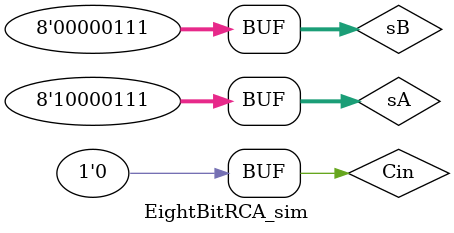
<source format=sv>
`timescale 1ns / 1ps


module EightBitRCA_sim();
//Creation of signals
 logic [7:0] sA, sB, sResult;
 logic Cin, Cout;

 RCA_8B UUT ( .A(sA), .B(sB), .Cin(Cin), .S(sResult), .Cout(Cout));

 initial begin
    
   sA = 8'b00000011; sB = 8'b11111000; Cin = 0; #10; //11111011
   sA = 8'b11110000; sB = 8'b00001111; Cin = 0; #10; //11111111
   sA = 8'b10101010; sB = 8'b01010101; Cin = 0; #10; //11111111
   sA = 8'b10000001; sB = 8'b00000000; Cin = 0; #10; //10000001
   sA = 8'b10000111; sB = 8'b00000111; Cin = 0; #10; //10001110
 end
endmodule

</source>
